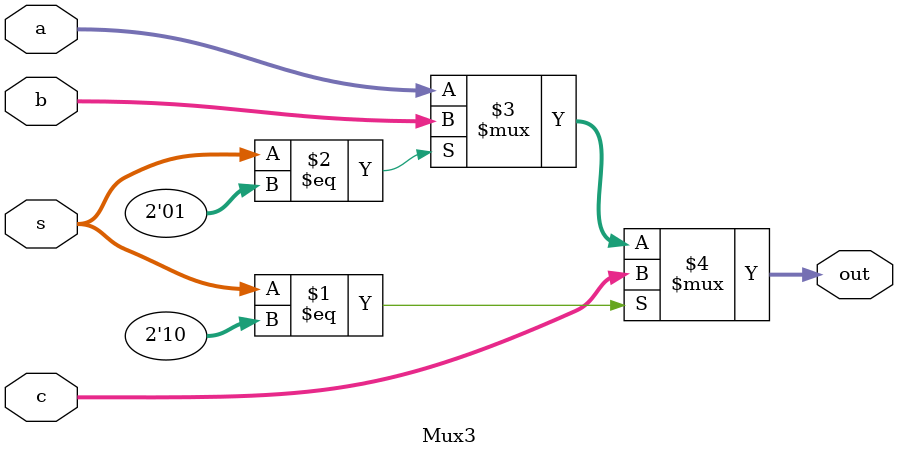
<source format=v>
module Mux3 #(parameter Width = 32)
(
    input [Width-1 : 0] a,b,c,
    input  [1:0] s,
    output [Width-1 : 0] out
);
assign out = (s == 2'b10) ? c : (s == 2'b01) ? b : a;
endmodule

</source>
